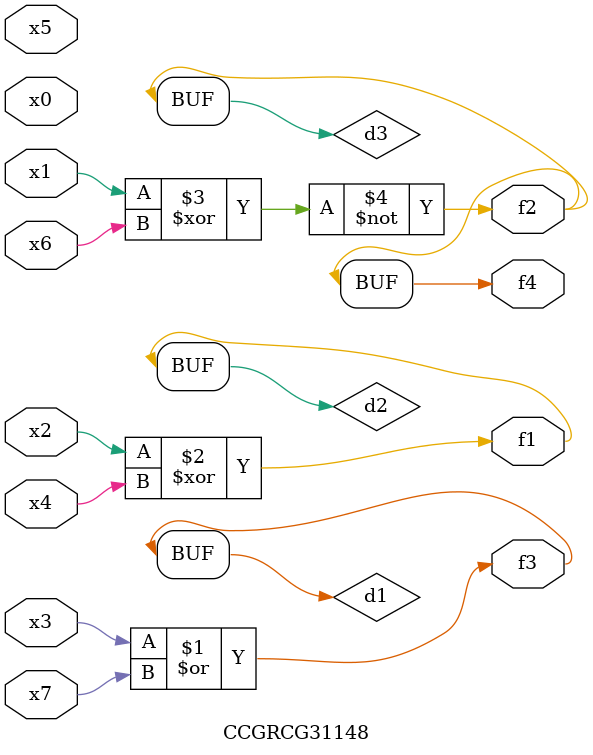
<source format=v>
module CCGRCG31148(
	input x0, x1, x2, x3, x4, x5, x6, x7,
	output f1, f2, f3, f4
);

	wire d1, d2, d3;

	or (d1, x3, x7);
	xor (d2, x2, x4);
	xnor (d3, x1, x6);
	assign f1 = d2;
	assign f2 = d3;
	assign f3 = d1;
	assign f4 = d3;
endmodule

</source>
